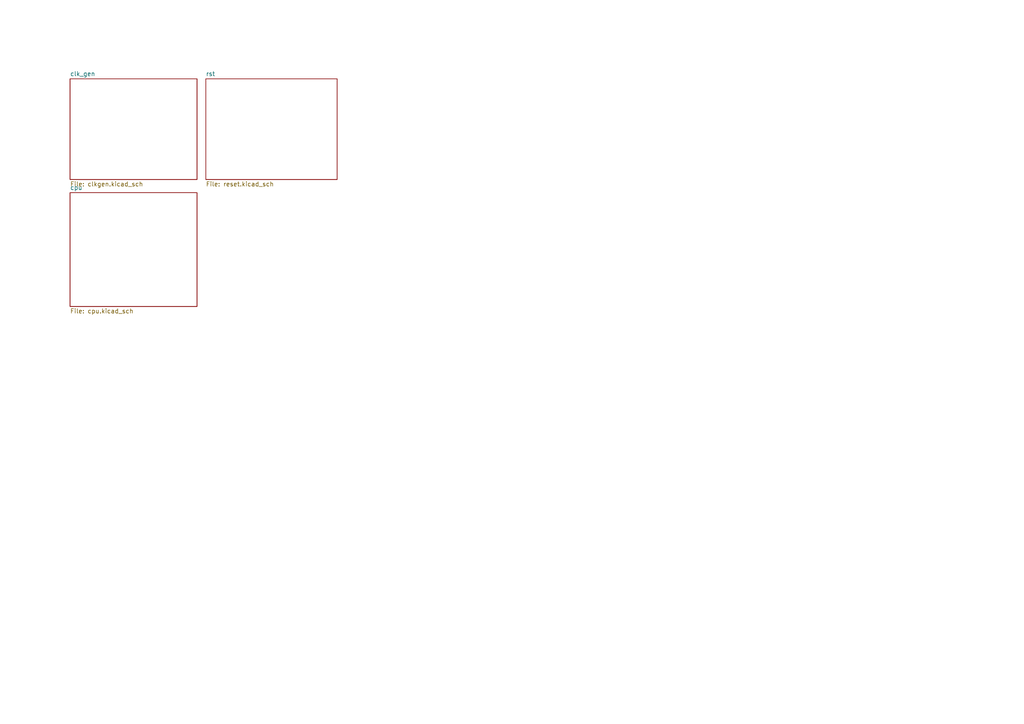
<source format=kicad_sch>
(kicad_sch (version 20230121) (generator eeschema)
  (paper "A4")
  (lib_symbols)
  (sheet (at 59.69 22.86) (size 38.1 29.21) (stroke (width 0.1524))
    (property "Sheetname" "rst" (at 59.69 22.1484 0) (effects (justify left bottom)))
    (property "Sheetfile" "reset.kicad_sch" (at 59.69 52.6546 0) (effects (justify left top)))
  )
  (sheet (at 20.32 22.86) (size 36.83 29.21) (stroke (width 0.1524))
    (property "Sheetname" "clk_gen" (at 20.32 22.1484 0) (effects (justify left bottom)))
    (property "Sheetfile" "clkgen.kicad_sch" (at 20.32 52.6546 0) (effects (justify left top)))
  )
  (sheet (at 20.32 55.88) (size 36.83 33.02) (stroke (width 0.1524))
    (property "Sheetname" "cpu" (at 20.32 55.1684 0) (effects (justify left bottom)))
    (property "Sheetfile" "cpu.kicad_sch" (at 20.32 89.4846 0) (effects (justify left top)))
  )
)
</source>
